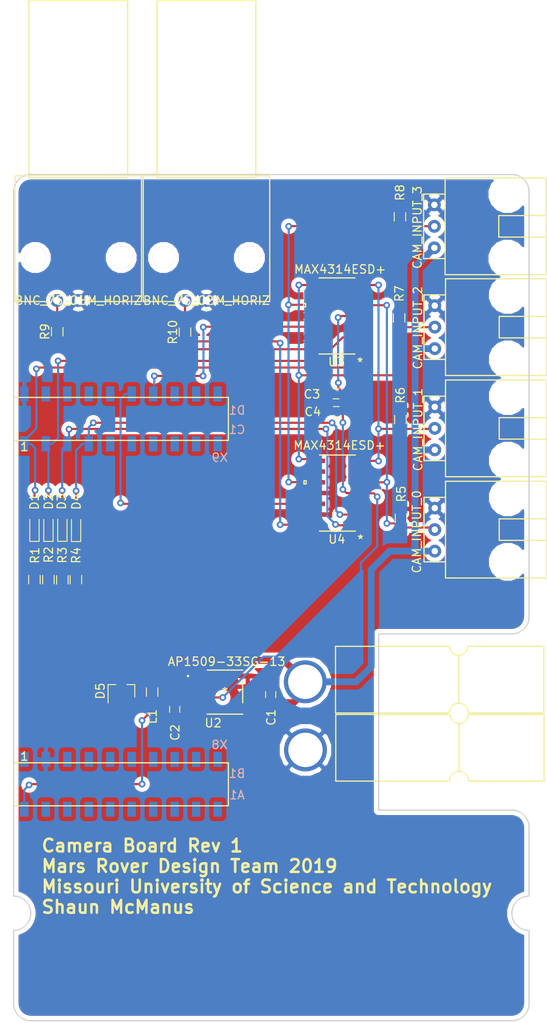
<source format=kicad_pcb>
(kicad_pcb (version 20171130) (host pcbnew "(5.0.0)")
  (layers (0 F.Cu signal) (31 B.Cu signal) (34 B.Paste user) (35 F.Paste user) (36 B.SilkS user) (37 F.SilkS user) (38 B.Mask user) (39 F.Mask user) (44 Edge.Cuts user))
  (net 0 "")
  (net 1 +12V)
  (net 2 GND)
  (net 3 +3.3V)
  (net 4 CAM_IN0)
  (net 5 CAM_IN1)
  (net 6 CAM_IN2)
  (net 7 CAM_IN3)
  (net 8 "Net-(D1-Pad1)")
  (net 9 MUXA1)
  (net 10 MUXA0)
  (net 11 "Net-(D2-Pad1)")
  (net 12 "Net-(D3-Pad1)")
  (net 13 MUXB1)
  (net 14 MUXB0)
  (net 15 "Net-(D4-Pad1)")
  (net 16 "Net-(D5-Pad1)")
  (net 17 "Net-(J1-Pad2)")
  (net 18 "Net-(J2-Pad2)")
  (net 19 CAM_OUT0)
  (net 20 CAM_OUT1)
  (net 21 "Net-(U1-Pad+5V)")
  (net 22 "Net-(U1-PadPE0)")
  (net 23 "Net-(U1-PadPE1)")
  (net 24 "Net-(U1-PadPE2)")
  (net 25 "Net-(U1-PadPE3)")
  (net 26 "Net-(U1-PadPD7)")
  (net 27 "Net-(U1-PadPA6)")
  (net 28 "Net-(U1-PadPM4)")
  (net 29 "Net-(U1-PadPM5)")
  (net 30 "Net-(U1-PadPE4)")
  (net 31 "Net-(U1-PadPC4)")
  (net 32 "Net-(U1-PadPC5)")
  (net 33 "Net-(U1-PadPC6)")
  (net 34 "Net-(U1-PadPE5)")
  (net 35 "Net-(U1-PadPD3)")
  (net 36 "Net-(U1-PadPC7)")
  (net 37 "Net-(U1-PadPB2)")
  (net 38 "Net-(U1-PadPB3)")
  (net 39 "Net-(U1-PadPL4)")
  (net 40 "Net-(U1-PadPL5)")
  (net 41 "Net-(U1-PadPL0)")
  (net 42 "Net-(U1-PadPL1)")
  (net 43 "Net-(U1-PadPL2)")
  (net 44 "Net-(U1-PadPL3)")
  (net 45 "Net-(U1-PadPM3)")
  (net 46 "Net-(U1-PadPH2)")
  (net 47 "Net-(U1-PadPH3)")
  (net 48 "Net-(U1-PadRese)")
  (net 49 MUXB_SHDN)
  (net 50 MUXA_SHDN)
  (net 51 "Net-(U1-PadPN2)")
  (net 52 "Net-(U1-PadPN3)")
  (net 53 "Net-(U1-PadPP2)")
  (net 54 "Net-(U3-Pad3)")
  (net 55 "Net-(U3-Pad6)")
  (net 56 "Net-(U3-Pad9)")
  (net 57 "Net-(U4-Pad9)")
  (net 58 "Net-(U4-Pad6)")
  (net 59 "Net-(U4-Pad3)")
  (module Capacitors_SMD:C_0603_HandSoldering (layer F.Cu) (at 116.713 117.0076 90)
    (fp_text reference C1 (at -2.6924 0.0508 90) (layer F.SilkS))
    (fp_text value 1u)
    (pad 1 smd rect (at -0.95 0 90) (size 1.2 0.75) (layers F.Cu F.Paste F.Mask) (net 1 +12V))
    (pad 2 smd rect (at 0.95 0 90) (size 1.2 0.75) (layers F.Cu F.Paste F.Mask) (net 2 GND))
  )
  (module Capacitors_SMD:C_0603_HandSoldering (layer F.Cu) (at 105.3592 118.7552 270)
    (fp_text reference C2 (at 2.733 -0.0508 270) (layer F.SilkS))
    (fp_text value 10u)
    (pad 2 smd rect (at 0.95 0 270) (size 1.2 0.75) (layers F.Cu F.Paste F.Mask) (net 2 GND))
    (pad 1 smd rect (at -0.95 0 270) (size 1.2 0.75) (layers F.Cu F.Paste F.Mask) (net 3 +3.3V))
  )
  (module Capacitors_SMD:C_0603_HandSoldering (layer F.Cu) (at 124.4346 81.4578 180)
    (fp_text reference C3 (at 2.8346 -0.0508 180) (layer F.SilkS))
    (fp_text value 10u)
    (pad 1 smd rect (at -0.95 0 180) (size 1.2 0.75) (layers F.Cu F.Paste F.Mask) (net 3 +3.3V))
    (pad 2 smd rect (at 0.95 0 180) (size 1.2 0.75) (layers F.Cu F.Paste F.Mask) (net 2 GND))
  )
  (module Capacitors_SMD:C_0603_HandSoldering (layer F.Cu) (at 124.46 83.566 180)
    (fp_text reference C4 (at 2.7686 -0.0254 180) (layer F.SilkS))
    (fp_text value 10u)
    (pad 2 smd rect (at 0.95 0 180) (size 1.2 0.75) (layers F.Cu F.Paste F.Mask) (net 2 GND))
    (pad 1 smd rect (at -0.95 0 180) (size 1.2 0.75) (layers F.Cu F.Paste F.Mask) (net 3 +3.3V))
  )
  (module MRDT_Connectors:Anderson_1_Horisontal (layer F.Cu) (at 124.3838 111.3038 180)
    (fp_text reference Conn1 hide)
    (fp_text value AndersonPP_LOG)
    (pad 1 thru_hole circle (at 3.5814 -4.19 180) (size 5.08 5.08) (drill 4.06) (layers *.Cu *.Mask F.Paste) (net 1 +12V))
  )
  (module MRDT_Connectors:Anderson_1_Horisontal (layer F.Cu) (at 124.4092 119.3546 180)
    (fp_text reference Conn2 hide)
    (fp_text value AndersonPP_GND)
    (pad 1 thru_hole circle (at 3.5814 -4.19 180) (size 5.08 5.08) (drill 4.06) (layers *.Cu *.Mask F.Paste) (net 2 GND))
  )
  (module MRDT_Connectors:MOLEX_SL_03_Horizontal (layer F.Cu) (at 136.1186 97.5106 270)
    (fp_text reference CAM_INPUT_0 (at 0.254 2.1336 270) (layer F.SilkS))
    (fp_text value CAM_0)
    (pad 1 thru_hole circle (at -2.54 0 270) (size 1.524 1.524) (drill 0.762) (layers *.Cu *.Mask) (net 2 GND))
    (pad 2 thru_hole circle (at 0 0 270) (size 1.524 1.524) (drill 0.762) (layers *.Cu *.Mask) (net 4 CAM_IN0))
    (pad 3 thru_hole circle (at 2.54 0 270) (size 1.524 1.524) (drill 0.762) (layers *.Cu *.Mask) (net 1 +12V))
    (pad "" np_thru_hole circle (at -3.81 -8.636 270) (size 3.45 3.45) (drill 3.45) (layers *.Cu *.Mask))
    (pad "" np_thru_hole circle (at 3.81 -8.636 270) (size 3.45 3.45) (drill 3.45) (layers *.Cu *.Mask))
  )
  (module MRDT_Connectors:MOLEX_SL_03_Horizontal (layer F.Cu) (at 136.1186 85.5472 270)
    (fp_text reference CAM_INPUT_1 (at 0.1524 1.9812 270) (layer F.SilkS))
    (fp_text value CAM_1)
    (pad 1 thru_hole circle (at -2.54 0 270) (size 1.524 1.524) (drill 0.762) (layers *.Cu *.Mask) (net 2 GND))
    (pad 2 thru_hole circle (at 0 0 270) (size 1.524 1.524) (drill 0.762) (layers *.Cu *.Mask) (net 5 CAM_IN1))
    (pad 3 thru_hole circle (at 2.54 0 270) (size 1.524 1.524) (drill 0.762) (layers *.Cu *.Mask) (net 1 +12V))
    (pad "" np_thru_hole circle (at -3.81 -8.636 270) (size 3.45 3.45) (drill 3.45) (layers *.Cu *.Mask))
    (pad "" np_thru_hole circle (at 3.81 -8.636 270) (size 3.45 3.45) (drill 3.45) (layers *.Cu *.Mask))
  )
  (module MRDT_Connectors:MOLEX_SL_03_Horizontal (layer F.Cu) (at 136.1186 73.5838 270)
    (fp_text reference CAM_INPUT_2 (at 0.0762 2.0066 270) (layer F.SilkS))
    (fp_text value CAM_2)
    (pad "" np_thru_hole circle (at 3.81 -8.636 270) (size 3.45 3.45) (drill 3.45) (layers *.Cu *.Mask))
    (pad "" np_thru_hole circle (at -3.81 -8.636 270) (size 3.45 3.45) (drill 3.45) (layers *.Cu *.Mask))
    (pad 3 thru_hole circle (at 2.54 0 270) (size 1.524 1.524) (drill 0.762) (layers *.Cu *.Mask) (net 1 +12V))
    (pad 2 thru_hole circle (at 0 0 270) (size 1.524 1.524) (drill 0.762) (layers *.Cu *.Mask) (net 6 CAM_IN2))
    (pad 1 thru_hole circle (at -2.54 0 270) (size 1.524 1.524) (drill 0.762) (layers *.Cu *.Mask) (net 2 GND))
  )
  (module MRDT_Connectors:MOLEX_SL_03_Horizontal (layer F.Cu) (at 136.0678 61.6712 270)
    (fp_text reference CAM_INPUT_3 (at 0.127 2.0066 270) (layer F.SilkS))
    (fp_text value CAM_3)
    (pad "" np_thru_hole circle (at 3.81 -8.636 270) (size 3.45 3.45) (drill 3.45) (layers *.Cu *.Mask))
    (pad "" np_thru_hole circle (at -3.81 -8.636 270) (size 3.45 3.45) (drill 3.45) (layers *.Cu *.Mask))
    (pad 3 thru_hole circle (at 2.54 0 270) (size 1.524 1.524) (drill 0.762) (layers *.Cu *.Mask) (net 1 +12V))
    (pad 2 thru_hole circle (at 0 0 270) (size 1.524 1.524) (drill 0.762) (layers *.Cu *.Mask) (net 7 CAM_IN3))
    (pad 1 thru_hole circle (at -2.54 0 270) (size 1.524 1.524) (drill 0.762) (layers *.Cu *.Mask) (net 2 GND))
  )
  (module LEDs:LED_0603_HandSoldering (layer F.Cu) (at 88.771106 97.101185 90)
    (fp_text reference D1 (at 2.8956 0 90) (layer F.SilkS))
    (fp_text value LED)
    (pad 1 smd rect (at -1.1 0 90) (size 1.2 0.9) (layers F.Cu F.Paste F.Mask) (net 8 "Net-(D1-Pad1)"))
    (pad 2 smd rect (at 1.1 0 90) (size 1.2 0.9) (layers F.Cu F.Paste F.Mask) (net 9 MUXA1))
  )
  (module LEDs:LED_0603_HandSoldering (layer F.Cu) (at 90.422106 97.101185 90)
    (fp_text reference D2 (at 2.921 0.0254 90) (layer F.SilkS))
    (fp_text value LED)
    (pad 2 smd rect (at 1.1 0 90) (size 1.2 0.9) (layers F.Cu F.Paste F.Mask) (net 10 MUXA0))
    (pad 1 smd rect (at -1.1 0 90) (size 1.2 0.9) (layers F.Cu F.Paste F.Mask) (net 11 "Net-(D2-Pad1)"))
  )
  (module LEDs:LED_0603_HandSoldering (layer F.Cu) (at 92.073106 97.093385 90)
    (fp_text reference D3 (at 2.9132 -0.0762 90) (layer F.SilkS))
    (fp_text value LED)
    (pad 1 smd rect (at -1.1 0 90) (size 1.2 0.9) (layers F.Cu F.Paste F.Mask) (net 12 "Net-(D3-Pad1)"))
    (pad 2 smd rect (at 1.1 0 90) (size 1.2 0.9) (layers F.Cu F.Paste F.Mask) (net 13 MUXB1))
  )
  (module LEDs:LED_0603_HandSoldering (layer F.Cu) (at 93.698706 97.118785 90)
    (fp_text reference D4 (at 2.9132 0.027294 90) (layer F.SilkS))
    (fp_text value LED)
    (pad 2 smd rect (at 1.1 0 90) (size 1.2 0.9) (layers F.Cu F.Paste F.Mask) (net 14 MUXB0))
    (pad 1 smd rect (at -1.1 0 90) (size 1.2 0.9) (layers F.Cu F.Paste F.Mask) (net 15 "Net-(D4-Pad1)"))
  )
  (module Diodes_SMD:D_SOT-23_ANK (layer F.Cu) (at 99.06 116.586 90)
    (fp_text reference D5 (at 0 -2.5 90) (layer F.SilkS))
    (fp_text value D_Schottky)
    (pad 1 smd rect (at 1 0 90) (size 0.9 0.8) (layers F.Cu F.Paste F.Mask) (net 16 "Net-(D5-Pad1)"))
    (pad "" smd rect (at -1 0.95 90) (size 0.9 0.8) (layers F.Cu F.Paste F.Mask))
    (pad 2 smd rect (at -1 -0.95 90) (size 0.9 0.8) (layers F.Cu F.Paste F.Mask) (net 2 GND))
  )
  (module Inductors_SMD:L_0603_HandSoldering (layer F.Cu) (at 102.6922 116.713 270)
    (fp_text reference L1 (at 2.8956 -0.0254 270) (layer F.SilkS))
    (fp_text value 47u)
    (pad 2 smd rect (at 1.1 0 270) (size 1.2 0.9) (layers F.Cu F.Paste F.Mask) (net 3 +3.3V))
    (pad 1 smd rect (at -1.1 0 270) (size 1.2 0.9) (layers F.Cu F.Paste F.Mask) (net 16 "Net-(D5-Pad1)"))
  )
  (module Resistors_SMD:R_0603_HandSoldering (layer F.Cu) (at 88.771106 103.425785 270)
    (fp_text reference R1 (at -2.867185 -0.052694 270) (layer F.SilkS))
    (fp_text value 500)
    (pad 1 smd rect (at -1.1 0 270) (size 1.2 0.9) (layers F.Cu F.Paste F.Mask) (net 8 "Net-(D1-Pad1)"))
    (pad 2 smd rect (at 1.1 0 270) (size 1.2 0.9) (layers F.Cu F.Paste F.Mask) (net 2 GND))
  )
  (module Resistors_SMD:R_0603_HandSoldering (layer F.Cu) (at 90.422106 103.425785 270)
    (fp_text reference R2 (at -2.943385 -0.027294 270) (layer F.SilkS))
    (fp_text value 500)
    (pad 2 smd rect (at 1.1 0 270) (size 1.2 0.9) (layers F.Cu F.Paste F.Mask) (net 2 GND))
    (pad 1 smd rect (at -1.1 0 270) (size 1.2 0.9) (layers F.Cu F.Paste F.Mask) (net 11 "Net-(D2-Pad1)"))
  )
  (module Resistors_SMD:R_0603_HandSoldering (layer F.Cu) (at 92.073106 103.451185 270)
    (fp_text reference R3 (at -2.917985 -0.001894 270) (layer F.SilkS))
    (fp_text value 500)
    (pad 2 smd rect (at 1.1 0 270) (size 1.2 0.9) (layers F.Cu F.Paste F.Mask) (net 2 GND))
    (pad 1 smd rect (at -1.1 0 270) (size 1.2 0.9) (layers F.Cu F.Paste F.Mask) (net 12 "Net-(D3-Pad1)"))
  )
  (module Resistors_SMD:R_0603_HandSoldering (layer F.Cu) (at 93.673306 103.425785 270)
    (fp_text reference R4 (at -2.867185 -0.027294 270) (layer F.SilkS))
    (fp_text value 500)
    (pad 1 smd rect (at -1.1 0 270) (size 1.2 0.9) (layers F.Cu F.Paste F.Mask) (net 15 "Net-(D4-Pad1)"))
    (pad 2 smd rect (at 1.1 0 270) (size 1.2 0.9) (layers F.Cu F.Paste F.Mask) (net 2 GND))
  )
  (module Resistors_SMD:R_0603_HandSoldering (layer F.Cu) (at 132.1308 96.1644 270)
    (fp_text reference R5 (at -2.8624 -0.0254 270) (layer F.SilkS))
    (fp_text value 75)
    (pad 1 smd rect (at -1.1 0 270) (size 1.2 0.9) (layers F.Cu F.Paste F.Mask) (net 2 GND))
    (pad 2 smd rect (at 1.1 0 270) (size 1.2 0.9) (layers F.Cu F.Paste F.Mask) (net 4 CAM_IN0))
  )
  (module Resistors_SMD:R_0603_HandSoldering (layer F.Cu) (at 132.0546 84.5058 270)
    (fp_text reference R6 (at -2.8702 0 270) (layer F.SilkS))
    (fp_text value 75)
    (pad 1 smd rect (at -1.1 0 270) (size 1.2 0.9) (layers F.Cu F.Paste F.Mask) (net 2 GND))
    (pad 2 smd rect (at 1.1 0 270) (size 1.2 0.9) (layers F.Cu F.Paste F.Mask) (net 5 CAM_IN1))
  )
  (module Resistors_SMD:R_0603_HandSoldering (layer F.Cu) (at 131.9022 72.4916 270)
    (fp_text reference R7 (at -2.8702 -0.0254 270) (layer F.SilkS))
    (fp_text value 75)
    (pad 1 smd rect (at -1.1 0 270) (size 1.2 0.9) (layers F.Cu F.Paste F.Mask) (net 2 GND))
    (pad 2 smd rect (at 1.1 0 270) (size 1.2 0.9) (layers F.Cu F.Paste F.Mask) (net 6 CAM_IN2))
  )
  (module Resistors_SMD:R_0603_HandSoldering (layer F.Cu) (at 132.0038 60.5536 270)
    (fp_text reference R8 (at -2.8702 0 270) (layer F.SilkS))
    (fp_text value 75)
    (pad 1 smd rect (at -1.1 0 270) (size 1.2 0.9) (layers F.Cu F.Paste F.Mask) (net 2 GND))
    (pad 2 smd rect (at 1.1 0 270) (size 1.2 0.9) (layers F.Cu F.Paste F.Mask) (net 7 CAM_IN3))
  )
  (module Resistors_SMD:R_0603_HandSoldering (layer F.Cu) (at 91.4654 74.1172 90)
    (fp_text reference R9 (at 0 -1.45 90) (layer F.SilkS))
    (fp_text value 75)
    (pad 1 smd rect (at -1.1 0 90) (size 1.2 0.9) (layers F.Cu F.Paste F.Mask) (net 19 CAM_OUT0))
    (pad 2 smd rect (at 1.1 0 90) (size 1.2 0.9) (layers F.Cu F.Paste F.Mask) (net 17 "Net-(J1-Pad2)"))
  )
  (module Resistors_SMD:R_0603_HandSoldering (layer F.Cu) (at 106.5784 74.168 90)
    (fp_text reference R10 (at 0 -1.45 90) (layer F.SilkS))
    (fp_text value 75)
    (pad 2 smd rect (at 1.1 0 90) (size 1.2 0.9) (layers F.Cu F.Paste F.Mask) (net 18 "Net-(J2-Pad2)"))
    (pad 1 smd rect (at -1.1 0 90) (size 1.2 0.9) (layers F.Cu F.Paste F.Mask) (net 20 CAM_OUT1))
  )
  (module MRDT_Shields:TM4C129E_Launchpad_X9_SMD (layer F.Cu) (at 86.308801 130.148601)
    (fp_text reference U1 hide)
    (fp_text value TM4C129E_Launchpad hide)
    (fp_text user 1 (at 1.27 -42.418 180) (layer F.SilkS))
    (fp_text user 1 (at 1.27 -5.842 180) (layer F.SilkS))
    (fp_text user X9 (at 24.384 -41.148 -180) (layer B.SilkS) (effects (justify mirror)))
    (fp_text user X8 (at 24.358999 -7.212601 -180) (layer B.SilkS) (effects (justify mirror)))
    (fp_text user C1 (at 26.416 -44.45 -180) (layer B.SilkS) (effects (justify mirror)))
    (fp_text user D1 (at 26.416 -46.736 -180) (layer B.SilkS) (effects (justify mirror)))
    (fp_text user B1 (at 26.416 -3.81 -180) (layer B.SilkS) (effects (justify mirror)))
    (fp_text user A1 (at 26.416 -1.27 -180) (layer B.SilkS) (effects (justify mirror)))
    (pad +5V smd rect (at 1.27 -5.4864 180) (size 0.9906 1.778) (layers B.Cu B.Paste B.Mask) (net 21 "Net-(U1-Pad+5V)"))
    (pad GND smd rect (at 3.81 -5.4864 180) (size 0.9906 1.778) (layers B.Cu B.Paste B.Mask) (net 2 GND))
    (pad PE0 smd rect (at 6.35 -5.4864 180) (size 0.9906 1.778) (layers B.Cu B.Paste B.Mask) (net 22 "Net-(U1-PadPE0)"))
    (pad PE1 smd rect (at 8.89 -5.4864 180) (size 0.9906 1.778) (layers B.Cu B.Paste B.Mask) (net 23 "Net-(U1-PadPE1)"))
    (pad PE2 smd rect (at 11.43 -5.4864 180) (size 0.9906 1.778) (layers B.Cu B.Paste B.Mask) (net 24 "Net-(U1-PadPE2)"))
    (pad PE3 smd rect (at 13.97 -5.4864 180) (size 0.9906 1.778) (layers B.Cu B.Paste B.Mask) (net 25 "Net-(U1-PadPE3)"))
    (pad PD7 smd rect (at 16.51 -5.4864 180) (size 0.9906 1.778) (layers B.Cu B.Paste B.Mask) (net 26 "Net-(U1-PadPD7)"))
    (pad PA6 smd rect (at 19.05 -5.4864 180) (size 0.9906 1.778) (layers B.Cu B.Paste B.Mask) (net 27 "Net-(U1-PadPA6)"))
    (pad PM4 smd rect (at 21.59 -5.4864 180) (size 0.9906 1.778) (layers B.Cu B.Paste B.Mask) (net 28 "Net-(U1-PadPM4)"))
    (pad PM5 smd rect (at 24.13 -5.4864 180) (size 0.9906 1.778) (layers B.Cu B.Paste B.Mask) (net 29 "Net-(U1-PadPM5)"))
    (pad +3V3 smd rect (at 1.27 0.4064 180) (size 0.9906 1.778) (layers B.Cu B.Paste B.Mask) (net 3 +3.3V))
    (pad PE4 smd rect (at 3.81 0.4064 180) (size 0.9906 1.778) (layers B.Cu B.Paste B.Mask) (net 30 "Net-(U1-PadPE4)"))
    (pad PC4 smd rect (at 6.35 0.4064 180) (size 0.9906 1.778) (layers B.Cu B.Paste B.Mask) (net 31 "Net-(U1-PadPC4)"))
    (pad PC5 smd rect (at 8.89 0.4064 180) (size 0.9906 1.778) (layers B.Cu B.Paste B.Mask) (net 32 "Net-(U1-PadPC5)"))
    (pad PC6 smd rect (at 11.43 0.4064 180) (size 0.9906 1.778) (layers B.Cu B.Paste B.Mask) (net 33 "Net-(U1-PadPC6)"))
    (pad PE5 smd rect (at 13.97 0.4064 180) (size 0.9906 1.778) (layers B.Cu B.Paste B.Mask) (net 34 "Net-(U1-PadPE5)"))
    (pad PD3 smd rect (at 16.51 0.4064 180) (size 0.9906 1.778) (layers B.Cu B.Paste B.Mask) (net 35 "Net-(U1-PadPD3)"))
    (pad PC7 smd rect (at 19.05 0.4064 180) (size 0.9906 1.778) (layers B.Cu B.Paste B.Mask) (net 36 "Net-(U1-PadPC7)"))
    (pad PB2 smd rect (at 21.59 0.4064 180) (size 0.9906 1.778) (layers B.Cu B.Paste B.Mask) (net 37 "Net-(U1-PadPB2)"))
    (pad PB3 smd rect (at 24.13 0.4064 180) (size 0.9906 1.778) (layers B.Cu B.Paste B.Mask) (net 38 "Net-(U1-PadPB3)"))
    (pad PF1 smd rect (at 1.27 -42.7736 180) (size 0.9906 1.778) (layers B.Cu B.Paste B.Mask) (net 9 MUXA1))
    (pad PF2 smd rect (at 3.81 -42.7736 180) (size 0.9906 1.778) (layers B.Cu B.Paste B.Mask) (net 10 MUXA0))
    (pad PF3 smd rect (at 6.35 -42.7736 180) (size 0.9906 1.778) (layers B.Cu B.Paste B.Mask) (net 13 MUXB1))
    (pad PG0 smd rect (at 8.89 -42.7736 180) (size 0.9906 1.778) (layers B.Cu B.Paste B.Mask) (net 14 MUXB0))
    (pad PL4 smd rect (at 11.43 -42.7736 180) (size 0.9906 1.778) (layers B.Cu B.Paste B.Mask) (net 39 "Net-(U1-PadPL4)"))
    (pad PL5 smd rect (at 13.97 -42.7736 180) (size 0.9906 1.778) (layers B.Cu B.Paste B.Mask) (net 40 "Net-(U1-PadPL5)"))
    (pad PL0 smd rect (at 16.51 -42.7736 180) (size 0.9906 1.778) (layers B.Cu B.Paste B.Mask) (net 41 "Net-(U1-PadPL0)"))
    (pad PL1 smd rect (at 19.05 -42.7736 180) (size 0.9906 1.778) (layers B.Cu B.Paste B.Mask) (net 42 "Net-(U1-PadPL1)"))
    (pad PL2 smd rect (at 21.59 -42.7736 180) (size 0.9906 1.778) (layers B.Cu B.Paste B.Mask) (net 43 "Net-(U1-PadPL2)"))
    (pad PL3 smd rect (at 24.13 -42.7736 180) (size 0.9906 1.778) (layers B.Cu B.Paste B.Mask) (net 44 "Net-(U1-PadPL3)"))
    (pad GND smd rect (at 1.27 -48.6664 180) (size 0.9906 1.778) (layers B.Cu B.Paste B.Mask) (net 2 GND))
    (pad PM3 smd rect (at 3.81 -48.6664 180) (size 0.9906 1.778) (layers B.Cu B.Paste B.Mask) (net 45 "Net-(U1-PadPM3)"))
    (pad PH2 smd rect (at 6.35 -48.6664 180) (size 0.9906 1.778) (layers B.Cu B.Paste B.Mask) (net 46 "Net-(U1-PadPH2)"))
    (pad PH3 smd rect (at 8.89 -48.6664 180) (size 0.9906 1.778) (layers B.Cu B.Paste B.Mask) (net 47 "Net-(U1-PadPH3)"))
    (pad Rese smd rect (at 11.43 -48.6664 180) (size 0.9906 1.778) (layers B.Cu B.Paste B.Mask) (net 48 "Net-(U1-PadRese)"))
    (pad PD1 smd rect (at 13.97 -48.6664 180) (size 0.9906 1.778) (layers B.Cu B.Paste B.Mask) (net 49 MUXB_SHDN))
    (pad PD0 smd rect (at 16.51 -48.6664 180) (size 0.9906 1.778) (layers B.Cu B.Paste B.Mask) (net 50 MUXA_SHDN))
    (pad PN2 smd rect (at 19.05 -48.6664 180) (size 0.9906 1.778) (layers B.Cu B.Paste B.Mask) (net 51 "Net-(U1-PadPN2)"))
    (pad PN3 smd rect (at 21.59 -48.6664 180) (size 0.9906 1.778) (layers B.Cu B.Paste B.Mask) (net 52 "Net-(U1-PadPN3)"))
    (pad PP2 smd rect (at 24.13 -48.6664 180) (size 0.9906 1.778) (layers B.Cu B.Paste B.Mask) (net 53 "Net-(U1-PadPP2)"))
  )
  (module AP150933SG13:AP1509-33SG-13 (layer F.Cu) (at 111.3028 116.713)
    (fp_text reference U2 (at -1.397 3.6576) (layer F.SilkS))
    (fp_text value AP1509-33SG-13 (at 0.2032 -3.6068) (layer F.SilkS))
    (fp_text user * (at 0 0) (layer F.SilkS))
    (pad 1 smd rect (at -2.7 -1.905) (size 1.55 0.6) (layers F.Cu F.Paste F.Mask) (net 1 +12V))
    (pad 2 smd oval (at -2.7 -0.635) (size 1.55 0.6) (layers F.Cu F.Paste F.Mask) (net 16 "Net-(D5-Pad1)"))
    (pad 3 smd oval (at -2.7 0.635) (size 1.55 0.6) (layers F.Cu F.Paste F.Mask) (net 3 +3.3V))
    (pad 4 smd oval (at -2.7 1.905) (size 1.55 0.6) (layers F.Cu F.Paste F.Mask) (net 2 GND))
    (pad 5 smd oval (at 2.7 1.905) (size 1.55 0.6) (layers F.Cu F.Paste F.Mask) (net 2 GND))
    (pad 6 smd oval (at 2.7 0.635) (size 1.55 0.6) (layers F.Cu F.Paste F.Mask) (net 2 GND))
    (pad 7 smd oval (at 2.7 -0.635) (size 1.55 0.6) (layers F.Cu F.Paste F.Mask) (net 2 GND))
    (pad 8 smd oval (at 2.7 -1.905) (size 1.55 0.6) (layers F.Cu F.Paste F.Mask) (net 2 GND))
  )
  (module MAX4314:MAX4314ESD&plus_ (layer F.Cu) (at 124.5616 72.263 180)
    (fp_text reference U3 (at 0.0508 -5.4356 180) (layer F.SilkS))
    (fp_text value MAX4314ESD+ (at -0.3556 5.5118 180) (layer F.SilkS))
    (fp_text user * (at -2.7178 -5.4864 180) (layer F.SilkS))
    (pad 1 smd rect (at -2.4638 -3.81 180) (size 1.9812 0.5334) (layers F.Cu F.Paste F.Mask) (net 9 MUXA1))
    (pad 2 smd rect (at -2.4638 -2.54 180) (size 1.9812 0.5334) (layers F.Cu F.Paste F.Mask) (net 10 MUXA0))
    (pad 3 smd rect (at -2.4638 -1.27 180) (size 1.9812 0.5334) (layers F.Cu F.Paste F.Mask) (net 54 "Net-(U3-Pad3)"))
    (pad 4 smd rect (at -2.4638 0 180) (size 1.9812 0.5334) (layers F.Cu F.Paste F.Mask) (net 3 +3.3V))
    (pad 5 smd rect (at -2.4638 1.27 180) (size 1.9812 0.5334) (layers F.Cu F.Paste F.Mask) (net 4 CAM_IN0))
    (pad 6 smd rect (at -2.4638 2.54 180) (size 1.9812 0.5334) (layers F.Cu F.Paste F.Mask) (net 55 "Net-(U3-Pad6)"))
    (pad 7 smd rect (at -2.4638 3.81 180) (size 1.9812 0.5334) (layers F.Cu F.Paste F.Mask) (net 5 CAM_IN1))
    (pad 8 smd rect (at 2.4638 3.81 180) (size 1.9812 0.5334) (layers F.Cu F.Paste F.Mask) (net 6 CAM_IN2))
    (pad 9 smd rect (at 2.4638 2.54 180) (size 1.9812 0.5334) (layers F.Cu F.Paste F.Mask) (net 56 "Net-(U3-Pad9)"))
    (pad 10 smd rect (at 2.4638 1.27 180) (size 1.9812 0.5334) (layers F.Cu F.Paste F.Mask) (net 7 CAM_IN3))
    (pad 11 smd rect (at 2.4638 0 180) (size 1.9812 0.5334) (layers F.Cu F.Paste F.Mask) (net 2 GND))
    (pad 12 smd rect (at 2.4638 -1.27 180) (size 1.9812 0.5334) (layers F.Cu F.Paste F.Mask) (net 50 MUXA_SHDN))
    (pad 13 smd rect (at 2.4638 -2.54 180) (size 1.9812 0.5334) (layers F.Cu F.Paste F.Mask) (net 2 GND))
    (pad 14 smd rect (at 2.4638 -3.81 180) (size 1.9812 0.5334) (layers F.Cu F.Paste F.Mask) (net 19 CAM_OUT0))
  )
  (module MAX4314:MAX4314ESD&plus_ (layer F.Cu) (at 124.6124 93.1926 180)
    (fp_text reference U4 (at 0.0762 -5.461 180) (layer F.SilkS))
    (fp_text value MAX4314ESD+ (at -0.2286 5.6388 180) (layer F.SilkS))
    (fp_text user * (at -2.7178 -5.4864 180) (layer F.SilkS))
    (pad 14 smd rect (at 2.4638 -3.81 180) (size 1.9812 0.5334) (layers F.Cu F.Paste F.Mask) (net 20 CAM_OUT1))
    (pad 13 smd rect (at 2.4638 -2.54 180) (size 1.9812 0.5334) (layers F.Cu F.Paste F.Mask) (net 2 GND))
    (pad 12 smd rect (at 2.4638 -1.27 180) (size 1.9812 0.5334) (layers F.Cu F.Paste F.Mask) (net 49 MUXB_SHDN))
    (pad 11 smd rect (at 2.4638 0 180) (size 1.9812 0.5334) (layers F.Cu F.Paste F.Mask) (net 2 GND))
    (pad 10 smd rect (at 2.4638 1.27 180) (size 1.9812 0.5334) (layers F.Cu F.Paste F.Mask) (net 7 CAM_IN3))
    (pad 9 smd rect (at 2.4638 2.54 180) (size 1.9812 0.5334) (layers F.Cu F.Paste F.Mask) (net 57 "Net-(U4-Pad9)"))
    (pad 8 smd rect (at 2.4638 3.81 180) (size 1.9812 0.5334) (layers F.Cu F.Paste F.Mask) (net 6 CAM_IN2))
    (pad 7 smd rect (at -2.4638 3.81 180) (size 1.9812 0.5334) (layers F.Cu F.Paste F.Mask) (net 5 CAM_IN1))
    (pad 6 smd rect (at -2.4638 2.54 180) (size 1.9812 0.5334) (layers F.Cu F.Paste F.Mask) (net 58 "Net-(U4-Pad6)"))
    (pad 5 smd rect (at -2.4638 1.27 180) (size 1.9812 0.5334) (layers F.Cu F.Paste F.Mask) (net 4 CAM_IN0))
    (pad 4 smd rect (at -2.4638 0 180) (size 1.9812 0.5334) (layers F.Cu F.Paste F.Mask) (net 3 +3.3V))
    (pad 3 smd rect (at -2.4638 -1.27 180) (size 1.9812 0.5334) (layers F.Cu F.Paste F.Mask) (net 59 "Net-(U4-Pad3)"))
    (pad 2 smd rect (at -2.4638 -2.54 180) (size 1.9812 0.5334) (layers F.Cu F.Paste F.Mask) (net 14 MUXB0))
    (pad 1 smd rect (at -2.4638 -3.81 180) (size 1.9812 0.5334) (layers F.Cu F.Paste F.Mask) (net 13 MUXB1))
  )
  (module BNC-75-Ohm-HORIZONTAL:BNC-75-Ohm-HORIZONTAL-1-1478032-0 (layer F.Cu) (at 93.9546 70.4342)
    (fp_text reference J1 (at 0 0) (layer F.SilkS))
    (fp_text value BNC_75_OHM_HORIZ (at 0 0) (layer F.SilkS))
    (pad 4 thru_hole circle (at 5.08 -5.08) (size 2.6416 2.6416) (drill 2.6416) (layers *.Cu *.Mask))
    (pad 3 thru_hole circle (at -5.08 -5.08) (size 2.6416 2.6416) (drill 2.6416) (layers *.Cu *.Mask))
    (pad 2 thru_hole circle (at -2.54 0) (size 1.524 1.524) (drill 0.889) (layers *.Cu *.Mask) (net 17 "Net-(J1-Pad2)"))
    (pad 1 thru_hole circle (at 0 0) (size 1.524 1.524) (drill 0.889) (layers *.Cu *.Mask) (net 2 GND))
  )
  (module BNC-75-Ohm-HORIZONTAL:BNC-75-Ohm-HORIZONTAL-1-1478032-0 (layer F.Cu) (at 109.1184 70.4342)
    (fp_text reference J2 (at 0 0) (layer F.SilkS))
    (fp_text value BNC_75_OHM_HORIZ (at 0 0) (layer F.SilkS))
    (pad 1 thru_hole circle (at 0 0) (size 1.524 1.524) (drill 0.889) (layers *.Cu *.Mask) (net 2 GND))
    (pad 2 thru_hole circle (at -2.54 0) (size 1.524 1.524) (drill 0.889) (layers *.Cu *.Mask) (net 18 "Net-(J2-Pad2)"))
    (pad 3 thru_hole circle (at -5.08 -5.08) (size 2.6416 2.6416) (drill 2.6416) (layers *.Cu *.Mask))
    (pad 4 thru_hole circle (at 5.08 -5.08) (size 2.6416 2.6416) (drill 2.6416) (layers *.Cu *.Mask))
  )
  (gr_text "Camera Board Rev 1\nMars Rover Design Team 2019\nMissouri University of Science and Technology\nShaun McManus" (at 89.4588 138.4808) (layer F.SilkS) (effects (font (size 1.5 1.5) (thickness 0.3)) (justify left)))
  (gr_line (start 147.2692 57.5818) (end 147.2692 107.823) (layer Edge.Cuts) (width 0.15))
  (gr_line (start 88.3412 55.5498) (end 145.2626 55.5498) (layer Edge.Cuts) (width 0.15))
  (gr_line (start 86.3092 140.8176) (end 86.3092 57.5564) (layer Edge.Cuts) (width 0.15))
  (gr_arc (start 88.3412 57.5818) (end 88.3412 55.5498) (angle -90) (layer Edge.Cuts) (width 0.15))
  (gr_arc (start 145.2372 57.5818) (end 147.2692 57.5818) (angle -90) (layer Edge.Cuts) (width 0.15))
  (gr_arc (start 145.2372 153.5176) (end 145.2372 155.5496) (angle -90) (layer Edge.Cuts) (width 0.15))
  (gr_line (start 88.3412 155.5496) (end 145.2372 155.5496) (layer Edge.Cuts) (width 0.15))
  (gr_arc (start 88.3412 153.5176) (end 86.3092 153.5176) (angle -90) (layer Edge.Cuts) (width 0.15))
  (gr_line (start 86.3092 144.8816) (end 86.3092 153.5176) (layer Edge.Cuts) (width 0.15))
  (gr_arc (start 86.3092 142.8496) (end 86.3092 144.8816) (angle -180) (layer Edge.Cuts) (width 0.15))
  (gr_arc (start 145.2372 107.7976) (end 145.2372 109.8296) (angle -90) (layer Edge.Cuts) (width 0.15))
  (gr_line (start 129.4892 109.8296) (end 145.2372 109.8296) (layer Edge.Cuts) (width 0.15))
  (gr_line (start 129.4892 130.6576) (end 129.4892 109.8296) (layer Edge.Cuts) (width 0.15))
  (gr_line (start 145.2372 130.6576) (end 129.4892 130.6576) (layer Edge.Cuts) (width 0.15))
  (gr_arc (start 145.2372 132.6896) (end 147.2692 132.6896) (angle -90) (layer Edge.Cuts) (width 0.15))
  (gr_line (start 147.2692 140.8176) (end 147.2692 132.6896) (layer Edge.Cuts) (width 0.15))
  (gr_arc (start 147.2692 142.8496) (end 147.2692 140.8176) (angle -180) (layer Edge.Cuts) (width 0.15))
  (gr_line (start 147.2692 153.5176) (end 147.2692 144.8816) (layer Edge.Cuts) (width 0.15))
  (segment (start 120.8024 115.4938) (end 120.8024 116.586) (width 0.8128) (layer F.Cu) (net 1))
  (segment (start 119.4308 117.9576) (end 116.713 117.9576) (width 0.8128) (layer F.Cu) (net 1))
  (segment (start 120.8024 116.586) (end 119.4308 117.9576) (width 0.8128) (layer F.Cu) (net 1))
  (segment (start 110.1906 114.808) (end 108.6028 114.808) (width 0.8128) (layer F.Cu) (net 1))
  (segment (start 112.044799 112.953801) (end 110.1906 114.808) (width 0.8128) (layer F.Cu) (net 1))
  (segment (start 118.262401 112.953801) (end 112.044799 112.953801) (width 0.8128) (layer F.Cu) (net 1))
  (segment (start 120.8024 115.4938) (end 118.262401 112.953801) (width 0.8128) (layer F.Cu) (net 1))
  (segment (start 136.1186 100.1776) (end 136.1186 100.0506) (width 0.8128) (layer F.Cu) (net 1))
  (segment (start 128.6002 102.235) (end 130.7846 100.0506) (width 0.8128) (layer B.Cu) (net 1))
  (segment (start 128.6002 113.7158) (end 128.6002 102.235) (width 0.8128) (layer B.Cu) (net 1))
  (segment (start 120.8024 115.4938) (end 126.8222 115.4938) (width 0.8128) (layer B.Cu) (net 1))
  (segment (start 126.8222 115.4938) (end 128.6002 113.7158) (width 0.8128) (layer B.Cu) (net 1))
  (segment (start 133.7818 66.4972) (end 136.0678 64.2112) (width 0.8128) (layer B.Cu) (net 1))
  (segment (start 133.7818 100.0506) (end 136.1186 100.0506) (width 0.8128) (layer B.Cu) (net 1))
  (segment (start 130.7846 100.0506) (end 133.7818 100.0506) (width 0.8128) (layer B.Cu) (net 1))
  (segment (start 135.04097 76.1238) (end 133.7818 76.1238) (width 0.8128) (layer B.Cu) (net 1))
  (segment (start 136.1186 76.1238) (end 135.04097 76.1238) (width 0.8128) (layer B.Cu) (net 1))
  (segment (start 133.7818 76.1238) (end 133.7818 66.4972) (width 0.8128) (layer B.Cu) (net 1))
  (segment (start 135.04097 88.0872) (end 133.7818 88.0872) (width 0.8128) (layer B.Cu) (net 1))
  (segment (start 136.1186 88.0872) (end 135.04097 88.0872) (width 0.8128) (layer B.Cu) (net 1))
  (segment (start 133.7818 100.0506) (end 133.7818 88.0872) (width 0.8128) (layer B.Cu) (net 1))
  (segment (start 133.7818 88.0872) (end 133.7818 76.1238) (width 0.8128) (layer B.Cu) (net 1))
  (segment (start 105.3514 117.813) (end 105.3592 117.8052) (width 0.254) (layer F.Cu) (net 3))
  (segment (start 102.6922 117.813) (end 105.3514 117.813) (width 0.254) (layer F.Cu) (net 3))
  (segment (start 108.1456 117.8052) (end 108.6028 117.348) (width 0.254) (layer F.Cu) (net 3))
  (segment (start 105.3592 117.8052) (end 108.1456 117.8052) (width 0.254) (layer F.Cu) (net 3))
  (segment (start 102.6922 117.813) (end 102.6922 117.856) (width 0.254) (layer F.Cu) (net 3))
  (via (at 101.4984 127.5842) (size 0.8) (drill 0.4) (layers F.Cu B.Cu) (net 3))
  (segment (start 101.473 127.5588) (end 101.4984 127.5842) (width 0.254) (layer B.Cu) (net 3))
  (segment (start 101.4984 127.5842) (end 88.2142 127.5842) (width 0.254) (layer F.Cu) (net 3))
  (via (at 88.138 127.6858) (size 0.8) (drill 0.4) (layers F.Cu B.Cu) (net 3))
  (segment (start 88.2142 127.5842) (end 88.138 127.6604) (width 0.254) (layer F.Cu) (net 3))
  (segment (start 88.138 127.6604) (end 88.138 127.6858) (width 0.254) (layer F.Cu) (net 3))
  (segment (start 87.578801 128.244999) (end 87.578801 130.555001) (width 0.254) (layer B.Cu) (net 3))
  (segment (start 88.138 127.6858) (end 87.578801 128.244999) (width 0.254) (layer B.Cu) (net 3))
  (segment (start 101.4984 127.5842) (end 101.4984 120.0658) (width 0.254) (layer B.Cu) (net 3))
  (via (at 101.4984 120.0658) (size 0.8) (drill 0.4) (layers F.Cu B.Cu) (net 3))
  (segment (start 102.6922 117.813) (end 102.6922 118.872) (width 0.254) (layer F.Cu) (net 3))
  (segment (start 102.6922 118.872) (end 101.4984 120.0658) (width 0.254) (layer F.Cu) (net 3))
  (via (at 124.6886 72.4408) (size 0.8) (drill 0.4) (layers F.Cu B.Cu) (net 3))
  (segment (start 127.0254 72.263) (end 124.8664 72.263) (width 0.254) (layer F.Cu) (net 3))
  (segment (start 124.8664 72.263) (end 124.6886 72.4408) (width 0.254) (layer F.Cu) (net 3))
  (segment (start 124.6886 72.4408) (end 124.6886 77.6224) (width 0.254) (layer B.Cu) (net 3))
  (via (at 124.714 80.1624) (size 0.8) (drill 0.4) (layers F.Cu B.Cu) (net 3))
  (segment (start 124.6886 77.6224) (end 124.6886 80.137) (width 0.254) (layer B.Cu) (net 3))
  (segment (start 124.6886 80.137) (end 124.714 80.1624) (width 0.254) (layer B.Cu) (net 3))
  (segment (start 124.714 80.7872) (end 125.3846 81.4578) (width 0.254) (layer F.Cu) (net 3))
  (segment (start 124.714 80.1624) (end 124.714 80.7872) (width 0.254) (layer F.Cu) (net 3))
  (segment (start 125.3846 83.5406) (end 125.41 83.566) (width 0.254) (layer F.Cu) (net 3))
  (segment (start 125.3846 81.4578) (end 125.3846 83.5406) (width 0.254) (layer F.Cu) (net 3))
  (via (at 125.2474 92.7608) (size 0.8) (drill 0.4) (layers F.Cu B.Cu) (net 3))
  (segment (start 127.0762 93.1926) (end 125.6792 93.1926) (width 0.254) (layer F.Cu) (net 3))
  (segment (start 125.6792 93.1926) (end 125.2474 92.7608) (width 0.254) (layer F.Cu) (net 3))
  (segment (start 125.2474 92.7608) (end 125.2474 92.195115) (width 0.254) (layer B.Cu) (net 3))
  (segment (start 125.2474 92.195115) (end 125.2474 85.9536) (width 0.254) (layer B.Cu) (net 3))
  (via (at 125.2474 84.8614) (size 0.8) (drill 0.4) (layers F.Cu B.Cu) (net 3))
  (segment (start 125.2474 85.9536) (end 125.2474 84.8614) (width 0.254) (layer B.Cu) (net 3))
  (segment (start 125.2474 83.7286) (end 125.41 83.566) (width 0.254) (layer F.Cu) (net 3))
  (segment (start 125.2474 84.8614) (end 125.2474 83.7286) (width 0.254) (layer F.Cu) (net 3))
  (segment (start 128.3208 93.1926) (end 128.3462 93.218) (width 0.254) (layer F.Cu) (net 3))
  (segment (start 127.0762 93.1926) (end 128.3208 93.1926) (width 0.254) (layer F.Cu) (net 3))
  (via (at 129.3114 93.6244) (size 0.8) (drill 0.4) (layers F.Cu B.Cu) (net 3))
  (segment (start 128.3462 93.218) (end 128.905 93.218) (width 0.254) (layer F.Cu) (net 3))
  (segment (start 128.905 93.218) (end 129.3114 93.6244) (width 0.254) (layer F.Cu) (net 3))
  (segment (start 129.3114 93.6244) (end 129.3114 99.4918) (width 0.254) (layer B.Cu) (net 3))
  (via (at 111.0488 117.348) (size 0.8) (drill 0.4) (layers F.Cu B.Cu) (net 3))
  (segment (start 111.0488 117.348) (end 108.6028 117.348) (width 0.254) (layer F.Cu) (net 3))
  (segment (start 129.3114 99.4918) (end 127.381 101.4222) (width 0.25) (layer B.Cu) (net 3))
  (segment (start 127.381 101.4222) (end 127.381 110.49) (width 0.25) (layer B.Cu) (net 3))
  (segment (start 127.381 110.49) (end 125.349 112.522) (width 0.25) (layer B.Cu) (net 3))
  (segment (start 115.8748 112.522) (end 111.0488 117.348) (width 0.25) (layer B.Cu) (net 3))
  (segment (start 125.349 112.522) (end 115.8748 112.522) (width 0.25) (layer B.Cu) (net 3))
  (segment (start 135.8724 97.2644) (end 136.1186 97.5106) (width 0.254) (layer F.Cu) (net 4))
  (segment (start 132.1308 97.2644) (end 135.8724 97.2644) (width 0.254) (layer F.Cu) (net 4))
  (via (at 130.4544 91.8972) (size 0.8) (drill 0.4) (layers F.Cu B.Cu) (net 4))
  (segment (start 127.0762 91.9226) (end 130.429 91.9226) (width 0.254) (layer F.Cu) (net 4))
  (segment (start 130.429 91.9226) (end 130.4544 91.8972) (width 0.254) (layer F.Cu) (net 4))
  (via (at 130.4544 96.774) (size 0.8) (drill 0.4) (layers F.Cu B.Cu) (net 4))
  (segment (start 130.4544 91.8972) (end 130.4544 96.774) (width 0.254) (layer B.Cu) (net 4))
  (segment (start 131.6404 96.774) (end 132.1308 97.2644) (width 0.254) (layer F.Cu) (net 4))
  (segment (start 130.4544 96.774) (end 131.6404 96.774) (width 0.254) (layer F.Cu) (net 4))
  (via (at 130.429 70.993) (size 0.8) (drill 0.4) (layers F.Cu B.Cu) (net 4))
  (segment (start 130.4544 91.8972) (end 130.4544 71.0184) (width 0.254) (layer B.Cu) (net 4))
  (segment (start 130.4544 71.0184) (end 130.429 70.993) (width 0.254) (layer B.Cu) (net 4))
  (segment (start 130.429 70.993) (end 127.0254 70.993) (width 0.254) (layer F.Cu) (net 4))
  (segment (start 136.06 85.6058) (end 136.1186 85.5472) (width 0.254) (layer F.Cu) (net 5))
  (segment (start 132.0546 85.6058) (end 136.06 85.6058) (width 0.254) (layer F.Cu) (net 5))
  (segment (start 127.0762 89.3826) (end 127.8001 89.3826) (width 0.254) (layer F.Cu) (net 5))
  (via (at 129.4638 89.408) (size 0.8) (drill 0.4) (layers F.Cu B.Cu) (net 5))
  (segment (start 127.0762 89.3826) (end 129.4384 89.3826) (width 0.254) (layer F.Cu) (net 5))
  (segment (start 129.4384 89.3826) (end 129.4638 89.408) (width 0.254) (layer F.Cu) (net 5))
  (via (at 129.4638 68.6054) (size 0.8) (drill 0.4) (layers F.Cu B.Cu) (net 5))
  (segment (start 127.1778 68.6054) (end 127.0254 68.453) (width 0.254) (layer F.Cu) (net 5))
  (segment (start 129.4638 68.6054) (end 127.1778 68.6054) (width 0.254) (layer F.Cu) (net 5))
  (via (at 129.4638 85.598) (size 0.8) (drill 0.4) (layers F.Cu B.Cu) (net 5))
  (segment (start 129.4716 85.6058) (end 129.4638 85.598) (width 0.254) (layer F.Cu) (net 5))
  (segment (start 132.0546 85.6058) (end 129.4716 85.6058) (width 0.254) (layer F.Cu) (net 5))
  (segment (start 129.4638 89.408) (end 129.4638 85.598) (width 0.254) (layer B.Cu) (net 5))
  (segment (start 129.4638 85.598) (end 129.4638 68.6054) (width 0.254) (layer B.Cu) (net 5))
  (segment (start 136.1108 73.5916) (end 136.1186 73.5838) (width 0.254) (layer F.Cu) (net 6))
  (segment (start 131.9022 73.5916) (end 136.1108 73.5916) (width 0.254) (layer F.Cu) (net 6))
  (via (at 120.0404 68.6054) (size 0.8) (drill 0.4) (layers F.Cu B.Cu) (net 6))
  (segment (start 120.0404 77.6224) (end 120.0404 68.6054) (width 0.254) (layer B.Cu) (net 6))
  (segment (start 121.9454 68.6054) (end 122.0978 68.453) (width 0.254) (layer F.Cu) (net 6))
  (segment (start 120.0404 68.6054) (end 121.9454 68.6054) (width 0.254) (layer F.Cu) (net 6))
  (via (at 120.0404 89.1794) (size 0.8) (drill 0.4) (layers F.Cu B.Cu) (net 6))
  (segment (start 121.9454 89.1794) (end 122.1486 89.3826) (width 0.254) (layer F.Cu) (net 6))
  (segment (start 120.0404 89.1794) (end 121.9454 89.1794) (width 0.254) (layer F.Cu) (net 6))
  (via (at 120.0404 79.2734) (size 0.8) (drill 0.4) (layers F.Cu B.Cu) (net 6))
  (segment (start 120.0404 77.6224) (end 120.0404 79.2734) (width 0.254) (layer B.Cu) (net 6))
  (segment (start 120.0404 79.2734) (end 120.0404 89.1794) (width 0.254) (layer B.Cu) (net 6))
  (segment (start 120.0404 79.2734) (end 131.2672 79.2734) (width 0.254) (layer F.Cu) (net 6))
  (segment (start 131.9022 78.6384) (end 131.9022 73.5916) (width 0.254) (layer F.Cu) (net 6))
  (segment (start 131.2672 79.2734) (end 131.9022 78.6384) (width 0.254) (layer F.Cu) (net 6))
  (segment (start 136.0502 61.6536) (end 136.0678 61.6712) (width 0.254) (layer F.Cu) (net 7))
  (segment (start 132.0038 61.6536) (end 136.0502 61.6536) (width 0.254) (layer F.Cu) (net 7))
  (segment (start 131.2998 61.6536) (end 131.292 61.6458) (width 0.254) (layer F.Cu) (net 7))
  (segment (start 132.0038 61.6536) (end 131.2998 61.6536) (width 0.254) (layer F.Cu) (net 7))
  (via (at 118.8466 61.6712) (size 0.8) (drill 0.4) (layers F.Cu B.Cu) (net 7))
  (segment (start 131.292 61.6458) (end 118.872 61.6458) (width 0.254) (layer F.Cu) (net 7))
  (segment (start 118.872 61.6458) (end 118.8466 61.6712) (width 0.254) (layer F.Cu) (net 7))
  (via (at 118.8212 70.9422) (size 0.8) (drill 0.4) (layers F.Cu B.Cu) (net 7))
  (segment (start 118.8466 61.6712) (end 118.8466 70.9168) (width 0.254) (layer B.Cu) (net 7))
  (segment (start 118.8466 70.9168) (end 118.8212 70.9422) (width 0.254) (layer B.Cu) (net 7))
  (segment (start 122.047 70.9422) (end 122.0978 70.993) (width 0.254) (layer F.Cu) (net 7))
  (segment (start 118.8212 70.9422) (end 122.047 70.9422) (width 0.254) (layer F.Cu) (net 7))
  (via (at 118.8466 91.8972) (size 0.8) (drill 0.4) (layers F.Cu B.Cu) (net 7))
  (segment (start 118.8212 70.9422) (end 118.8212 91.8718) (width 0.254) (layer B.Cu) (net 7))
  (segment (start 118.8212 91.8718) (end 118.8466 91.8972) (width 0.254) (layer B.Cu) (net 7))
  (segment (start 122.1232 91.8972) (end 122.1486 91.9226) (width 0.254) (layer F.Cu) (net 7))
  (segment (start 118.8466 91.8972) (end 122.1232 91.8972) (width 0.254) (layer F.Cu) (net 7))
  (segment (start 88.771106 99.055185) (end 88.771106 102.325785) (width 0.254) (layer F.Cu) (net 8))
  (segment (start 88.771106 98.201185) (end 88.771106 99.055185) (width 0.254) (layer F.Cu) (net 8))
  (via (at 88.8492 92.8624) (size 0.8) (drill 0.4) (layers F.Cu B.Cu) (net 9))
  (segment (start 88.771106 96.001185) (end 88.771106 92.940494) (width 0.254) (layer F.Cu) (net 9))
  (segment (start 88.771106 92.940494) (end 88.8492 92.8624) (width 0.254) (layer F.Cu) (net 9))
  (segment (start 88.328101 87.375001) (end 87.578801 87.375001) (width 0.254) (layer B.Cu) (net 9))
  (segment (start 88.8492 87.8961) (end 88.328101 87.375001) (width 0.254) (layer B.Cu) (net 9))
  (segment (start 88.8492 92.8624) (end 88.8492 87.8961) (width 0.254) (layer B.Cu) (net 9))
  (segment (start 127.0254 76.073) (end 127.0254 76.5937) (width 0.254) (layer F.Cu) (net 9))
  (segment (start 127.0254 76.5937) (end 127.0254 77.2668) (width 0.254) (layer F.Cu) (net 9))
  (segment (start 127.0254 77.2668) (end 125.9332 78.359) (width 0.254) (layer F.Cu) (net 9))
  (via (at 89.0016 78.5114) (size 0.8) (drill 0.4) (layers F.Cu B.Cu) (net 9))
  (segment (start 125.9332 78.359) (end 89.154 78.359) (width 0.254) (layer F.Cu) (net 9))
  (segment (start 89.154 78.359) (end 89.0016 78.5114) (width 0.254) (layer F.Cu) (net 9))
  (segment (start 89.0016 85.558502) (end 89.0016 78.5114) (width 0.254) (layer B.Cu) (net 9))
  (segment (start 87.578801 87.375001) (end 87.578801 86.981301) (width 0.254) (layer B.Cu) (net 9))
  (segment (start 87.578801 86.981301) (end 89.0016 85.558502) (width 0.254) (layer B.Cu) (net 9))
  (via (at 90.424 92.8878) (size 0.8) (drill 0.4) (layers F.Cu B.Cu) (net 10))
  (segment (start 90.422106 96.001185) (end 90.422106 92.889694) (width 0.254) (layer F.Cu) (net 10))
  (segment (start 90.422106 92.889694) (end 90.424 92.8878) (width 0.254) (layer F.Cu) (net 10))
  (segment (start 90.424 87.6802) (end 90.118801 87.375001) (width 0.254) (layer B.Cu) (net 10))
  (segment (start 90.424 92.8878) (end 90.424 87.6802) (width 0.254) (layer B.Cu) (net 10))
  (segment (start 122.445102 77.5716) (end 121.8438 77.5716) (width 0.254) (layer F.Cu) (net 10))
  (segment (start 127.0254 74.803) (end 125.213702 74.803) (width 0.254) (layer F.Cu) (net 10))
  (segment (start 125.213702 74.803) (end 122.445102 77.5716) (width 0.254) (layer F.Cu) (net 10))
  (via (at 91.567 77.5716) (size 0.8) (drill 0.4) (layers F.Cu B.Cu) (net 10))
  (segment (start 121.8438 77.5716) (end 91.567 77.5716) (width 0.254) (layer F.Cu) (net 10))
  (segment (start 90.868101 87.375001) (end 90.118801 87.375001) (width 0.254) (layer B.Cu) (net 10))
  (segment (start 91.567 86.676102) (end 90.868101 87.375001) (width 0.254) (layer B.Cu) (net 10))
  (segment (start 91.567 77.5716) (end 91.567 86.676102) (width 0.254) (layer B.Cu) (net 10))
  (segment (start 90.422106 99.055185) (end 90.422106 102.325785) (width 0.254) (layer F.Cu) (net 11))
  (segment (start 90.422106 98.201185) (end 90.422106 99.055185) (width 0.254) (layer F.Cu) (net 11))
  (segment (start 92.073106 99.047385) (end 92.073106 102.351185) (width 0.254) (layer F.Cu) (net 12))
  (segment (start 92.073106 98.193385) (end 92.073106 99.047385) (width 0.254) (layer F.Cu) (net 12))
  (via (at 92.0496 92.8878) (size 0.8) (drill 0.4) (layers F.Cu B.Cu) (net 13))
  (segment (start 92.073106 95.993385) (end 92.073106 92.911306) (width 0.254) (layer F.Cu) (net 13))
  (segment (start 92.073106 92.911306) (end 92.0496 92.8878) (width 0.254) (layer F.Cu) (net 13))
  (segment (start 92.0496 87.984202) (end 92.658801 87.375001) (width 0.254) (layer B.Cu) (net 13))
  (segment (start 92.0496 92.8878) (end 92.0496 87.984202) (width 0.254) (layer B.Cu) (net 13))
  (via (at 124.3838 96.901) (size 0.8) (drill 0.4) (layers F.Cu B.Cu) (net 13))
  (segment (start 127.0762 97.0026) (end 124.4854 97.0026) (width 0.254) (layer F.Cu) (net 13))
  (segment (start 124.4854 97.0026) (end 124.3838 96.901) (width 0.254) (layer F.Cu) (net 13))
  (segment (start 124.3838 96.901) (end 123.4186 95.9358) (width 0.254) (layer B.Cu) (net 13))
  (segment (start 123.4186 95.9358) (end 123.4186 85.8774) (width 0.254) (layer B.Cu) (net 13))
  (via (at 123.242595 85.6138) (size 0.8) (drill 0.4) (layers F.Cu B.Cu) (net 13))
  (segment (start 123.4186 85.8774) (end 123.4186 85.789805) (width 0.254) (layer B.Cu) (net 13))
  (segment (start 123.4186 85.789805) (end 123.242595 85.6138) (width 0.254) (layer B.Cu) (net 13))
  (via (at 92.8624 85.6488) (size 0.8) (drill 0.4) (layers F.Cu B.Cu) (net 13))
  (segment (start 123.242595 85.6138) (end 92.8974 85.6138) (width 0.254) (layer F.Cu) (net 13))
  (segment (start 92.8974 85.6138) (end 92.8624 85.6488) (width 0.254) (layer F.Cu) (net 13))
  (segment (start 92.8624 87.171402) (end 92.658801 87.375001) (width 0.254) (layer B.Cu) (net 13))
  (segment (start 92.8624 85.6488) (end 92.8624 87.171402) (width 0.254) (layer B.Cu) (net 13))
  (via (at 93.7006 92.9386) (size 0.8) (drill 0.4) (layers F.Cu B.Cu) (net 14))
  (segment (start 93.698706 96.018785) (end 93.698706 92.940494) (width 0.254) (layer F.Cu) (net 14))
  (segment (start 93.698706 92.940494) (end 93.7006 92.9386) (width 0.254) (layer F.Cu) (net 14))
  (segment (start 94.449501 87.375001) (end 95.198801 87.375001) (width 0.254) (layer B.Cu) (net 14))
  (segment (start 93.7006 88.123902) (end 94.449501 87.375001) (width 0.254) (layer B.Cu) (net 14))
  (segment (start 93.7006 92.9386) (end 93.7006 88.123902) (width 0.254) (layer B.Cu) (net 14))
  (via (at 124.8918 95.7326) (size 0.8) (drill 0.4) (layers F.Cu B.Cu) (net 14))
  (segment (start 127.0762 95.7326) (end 124.8918 95.7326) (width 0.254) (layer F.Cu) (net 14))
  (segment (start 124.8918 95.7326) (end 124.46 95.3008) (width 0.254) (layer B.Cu) (net 14))
  (segment (start 124.46 95.3008) (end 124.46 85.9536) (width 0.254) (layer B.Cu) (net 14))
  (via (at 123.9774 84.8868) (size 0.8) (drill 0.4) (layers F.Cu B.Cu) (net 14))
  (segment (start 124.46 85.9536) (end 124.46 85.3694) (width 0.254) (layer B.Cu) (net 14))
  (segment (start 124.46 85.3694) (end 123.9774 84.8868) (width 0.254) (layer B.Cu) (net 14))
  (via (at 95.7326 84.8868) (size 0.8) (drill 0.4) (layers F.Cu B.Cu) (net 14))
  (segment (start 123.9774 84.8868) (end 95.7326 84.8868) (width 0.254) (layer F.Cu) (net 14))
  (segment (start 95.198801 85.420599) (end 95.198801 87.375001) (width 0.254) (layer B.Cu) (net 14))
  (segment (start 95.7326 84.8868) (end 95.198801 85.420599) (width 0.254) (layer B.Cu) (net 14))
  (segment (start 93.698706 102.300385) (end 93.673306 102.325785) (width 0.254) (layer F.Cu) (net 15))
  (segment (start 93.698706 98.218785) (end 93.698706 102.300385) (width 0.254) (layer F.Cu) (net 15))
  (segment (start 102.6652 115.586) (end 102.6922 115.613) (width 0.254) (layer F.Cu) (net 16))
  (segment (start 99.06 115.586) (end 102.6652 115.586) (width 0.254) (layer F.Cu) (net 16))
  (segment (start 103.1572 116.078) (end 102.6922 115.613) (width 0.254) (layer F.Cu) (net 16))
  (segment (start 108.6028 116.078) (end 103.1572 116.078) (width 0.254) (layer F.Cu) (net 16))
  (segment (start 91.4654 70.485) (end 91.4146 70.4342) (width 0.254) (layer F.Cu) (net 17))
  (segment (start 91.4654 73.0172) (end 91.4654 70.485) (width 0.254) (layer F.Cu) (net 17))
  (segment (start 106.5784 73.068) (end 106.5784 70.4342) (width 0.254) (layer F.Cu) (net 18))
  (segment (start 120.8532 76.073) (end 122.0978 76.073) (width 0.254) (layer F.Cu) (net 19))
  (segment (start 120.731199 76.195001) (end 120.8532 76.073) (width 0.254) (layer F.Cu) (net 19))
  (segment (start 93.147201 76.195001) (end 120.731199 76.195001) (width 0.254) (layer F.Cu) (net 19))
  (segment (start 92.1694 75.2172) (end 93.147201 76.195001) (width 0.254) (layer F.Cu) (net 19))
  (segment (start 91.4654 75.2172) (end 92.1694 75.2172) (width 0.254) (layer F.Cu) (net 19))
  (via (at 117.8306 75.4634) (size 0.8) (drill 0.4) (layers F.Cu B.Cu) (net 20))
  (segment (start 106.5784 75.268) (end 117.6352 75.268) (width 0.254) (layer F.Cu) (net 20))
  (segment (start 117.6352 75.268) (end 117.8306 75.4634) (width 0.254) (layer F.Cu) (net 20))
  (segment (start 117.8306 75.4634) (end 117.8306 76.029085) (width 0.254) (layer B.Cu) (net 20))
  (via (at 117.8306 96.9264) (size 0.8) (drill 0.4) (layers F.Cu B.Cu) (net 20))
  (segment (start 117.8306 76.029085) (end 117.8306 96.9264) (width 0.254) (layer B.Cu) (net 20))
  (segment (start 122.0724 96.9264) (end 122.1486 97.0026) (width 0.254) (layer F.Cu) (net 20))
  (segment (start 117.8306 96.9264) (end 122.0724 96.9264) (width 0.254) (layer F.Cu) (net 20))
  (via (at 98.9584 94.361) (size 0.8) (drill 0.4) (layers F.Cu B.Cu) (net 49))
  (segment (start 122.1486 94.4626) (end 99.06 94.4626) (width 0.254) (layer F.Cu) (net 49))
  (segment (start 99.06 94.4626) (end 98.9584 94.361) (width 0.254) (layer F.Cu) (net 49))
  (segment (start 99.529501 81.482201) (end 100.278801 81.482201) (width 0.254) (layer B.Cu) (net 49))
  (segment (start 98.9584 82.053302) (end 99.529501 81.482201) (width 0.254) (layer B.Cu) (net 49))
  (segment (start 98.9584 94.361) (end 98.9584 82.053302) (width 0.254) (layer B.Cu) (net 49))
  (via (at 108.7374 73.5838) (size 0.8) (drill 0.4) (layers F.Cu B.Cu) (net 50))
  (segment (start 122.0978 73.533) (end 108.7882 73.533) (width 0.254) (layer F.Cu) (net 50))
  (segment (start 108.7882 73.533) (end 108.7374 73.5838) (width 0.254) (layer F.Cu) (net 50))
  (segment (start 108.7374 74.149485) (end 108.7628 74.174885) (width 0.254) (layer B.Cu) (net 50))
  (segment (start 108.7374 73.5838) (end 108.7374 74.149485) (width 0.254) (layer B.Cu) (net 50))
  (via (at 108.712 79.3496) (size 0.8) (drill 0.4) (layers F.Cu B.Cu) (net 50))
  (segment (start 108.7628 74.174885) (end 108.7628 79.2988) (width 0.254) (layer B.Cu) (net 50))
  (segment (start 108.7628 79.2988) (end 108.712 79.3496) (width 0.254) (layer B.Cu) (net 50))
  (segment (start 108.712 79.3496) (end 102.9462 79.3496) (width 0.254) (layer F.Cu) (net 50))
  (via (at 102.9462 79.3496) (size 0.8) (drill 0.4) (layers F.Cu B.Cu) (net 50))
  (segment (start 102.9462 81.354802) (end 102.818801 81.482201) (width 0.254) (layer B.Cu) (net 50))
  (segment (start 102.9462 79.3496) (end 102.9462 81.354802) (width 0.254) (layer B.Cu) (net 50))
  (zone (net 2) (net_name GND) (layer F.Cu) (connect_pads (clearance 0.508)) (min_thickness 0.254) (fill yes (arc_segments 16) (thermal_gap 0.508) (thermal_bridge_width 0.508))
    (polygon (pts (xy 145.3134 155.5496) (xy 147.2438 155.5496) (xy 147.2692 55.5498) (xy 86.3346 55.5498) (xy 86.36 155.4988)))
  )
  (zone (net 2) (net_name GND) (layer B.Cu) (connect_pads (clearance 0.508)) (min_thickness 0.254) (fill yes (arc_segments 16) (thermal_gap 0.508) (thermal_bridge_width 0.508))
    (polygon (pts (xy 86.36 155.4988) (xy 147.2438 155.5496) (xy 147.2692 55.5498) (xy 86.3346 55.5498)))
  )
)
</source>
